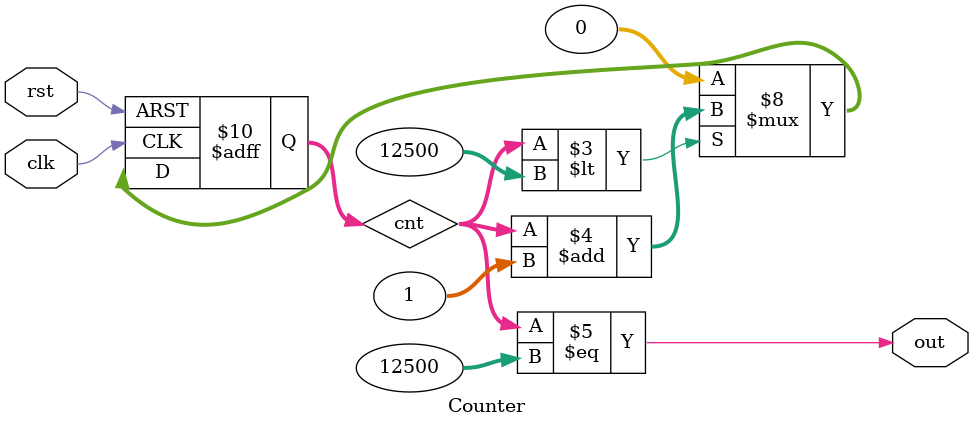
<source format=v>
module Counter(
	clk, rst, out
);
	// 50MHz@250us
	parameter CNT = 32'd12500;
	
	input clk, rst;
	output out;
	reg[31:0] cnt;
	
	initial begin
		cnt <= 32'b0;
	end
	
	always @(posedge clk or negedge rst) begin
		if (!rst) begin
			cnt <= 32'b0;
		end else begin
		
			if (cnt < CNT) cnt <= cnt + 32'b1;
			else cnt <= 32'b0;
			
		end
	end
	
	assign out = (cnt == CNT);

endmodule

</source>
